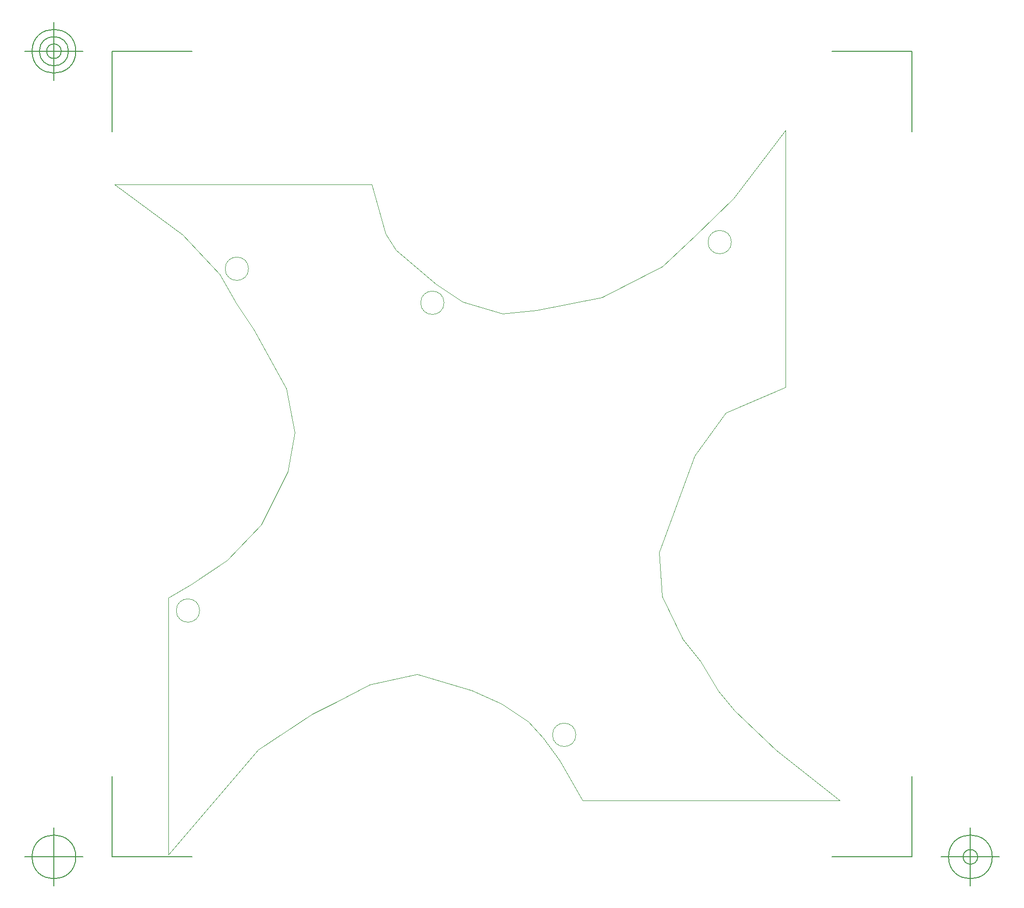
<source format=gbr>
G04 Generated by Ultiboard 11.0 *
%FSLAX25Y25*%
%MOIN*%

%ADD10C,0.00005*%
%ADD11C,0.00500*%


G04 ColorRGB 00FFFF for the following layer *
%LNBoard Outline*%
%LPD*%
%FSLAX25Y25*%
%MOIN*%
G54D10*
X453100Y36500D02*
X279500Y36500D01*
X279500Y36500D02*
X264000Y64000D01*
X264000Y64000D02*
X253000Y79000D01*
X253000Y79000D02*
X243000Y90000D01*
X243000Y90000D02*
X225000Y102000D01*
X225000Y102000D02*
X205000Y111000D01*
X205000Y111000D02*
X167900Y121800D01*
X167900Y121800D02*
X136000Y115000D01*
X136000Y115000D02*
X113000Y103000D01*
X113000Y103000D02*
X97000Y95000D01*
X97000Y95000D02*
X60700Y71000D01*
X60700Y71000D02*
X0Y0D01*
X0Y0D02*
X0Y173600D01*
X0Y173600D02*
X15100Y182500D01*
X15100Y182500D02*
X39500Y199100D01*
X39500Y199100D02*
X62500Y223100D01*
X62500Y223100D02*
X80500Y259100D01*
X80500Y259100D02*
X85300Y285200D01*
X85300Y285200D02*
X79500Y315100D01*
X79500Y315100D02*
X57500Y355100D01*
X57500Y355100D02*
X45500Y373100D01*
X45500Y373100D02*
X34500Y392400D01*
X34500Y392400D02*
X9500Y419100D01*
X9500Y419100D02*
X-36500Y453100D01*
X-36500Y453100D02*
X137100Y453100D01*
X137100Y453100D02*
X146600Y419600D01*
X146600Y419600D02*
X153600Y408600D01*
X153600Y408600D02*
X180600Y385600D01*
X180600Y385600D02*
X198600Y373600D01*
X198600Y373600D02*
X225600Y365600D01*
X225600Y365600D02*
X248700Y367800D01*
X248700Y367800D02*
X292600Y376600D01*
X292600Y376600D02*
X333600Y397600D01*
X333600Y397600D02*
X355900Y418600D01*
X355900Y418600D02*
X381600Y443600D01*
X381600Y443600D02*
X416600Y489600D01*
X416600Y489600D02*
X416600Y316000D01*
X416600Y316000D02*
X376100Y298500D01*
X376100Y298500D02*
X355100Y269500D01*
X355100Y269500D02*
X331300Y204400D01*
X331300Y204400D02*
X333100Y174500D01*
X333100Y174500D02*
X347100Y145500D01*
X347100Y145500D02*
X359100Y130500D01*
X359100Y130500D02*
X371100Y110500D01*
X371100Y110500D02*
X382100Y97200D01*
X382100Y97200D02*
X410100Y70500D01*
X410100Y70500D02*
X453100Y36500D01*
X5252Y165000D02*
G75*
D01*
G02X5252Y165000I7874J0*
G01*
X38252Y396000D02*
G75*
D01*
G02X38252Y396000I7874J0*
G01*
X170252Y373000D02*
G75*
D01*
G02X170252Y373000I7874J0*
G01*
X259252Y81000D02*
G75*
D01*
G02X259252Y81000I7874J0*
G01*
X364252Y414000D02*
G75*
D01*
G02X364252Y414000I7874J0*
G01*
G54D11*
X-38000Y-1500D02*
X-38000Y52950D01*
X-38000Y-1500D02*
X16000Y-1500D01*
X502000Y-1500D02*
X448000Y-1500D01*
X502000Y-1500D02*
X502000Y52950D01*
X502000Y543000D02*
X502000Y488550D01*
X502000Y543000D02*
X448000Y543000D01*
X-38000Y543000D02*
X16000Y543000D01*
X-38000Y543000D02*
X-38000Y488550D01*
X-57685Y-1500D02*
X-97055Y-1500D01*
X-77370Y-21185D02*
X-77370Y18185D01*
X-92134Y-1500D02*
G75*
D01*
G02X-92134Y-1500I14764J0*
G01*
X521685Y-1500D02*
X561055Y-1500D01*
X541370Y-21185D02*
X541370Y18185D01*
X526606Y-1500D02*
G75*
D01*
G02X526606Y-1500I14764J0*
G01*
X536449Y-1500D02*
G75*
D01*
G02X536449Y-1500I4921J0*
G01*
X-57685Y543000D02*
X-97055Y543000D01*
X-77370Y523315D02*
X-77370Y562685D01*
X-92134Y543000D02*
G75*
D01*
G02X-92134Y543000I14764J0*
G01*
X-87213Y543000D02*
G75*
D01*
G02X-87213Y543000I9843J0*
G01*
X-82291Y543000D02*
G75*
D01*
G02X-82291Y543000I4921J0*
G01*

M00*

</source>
